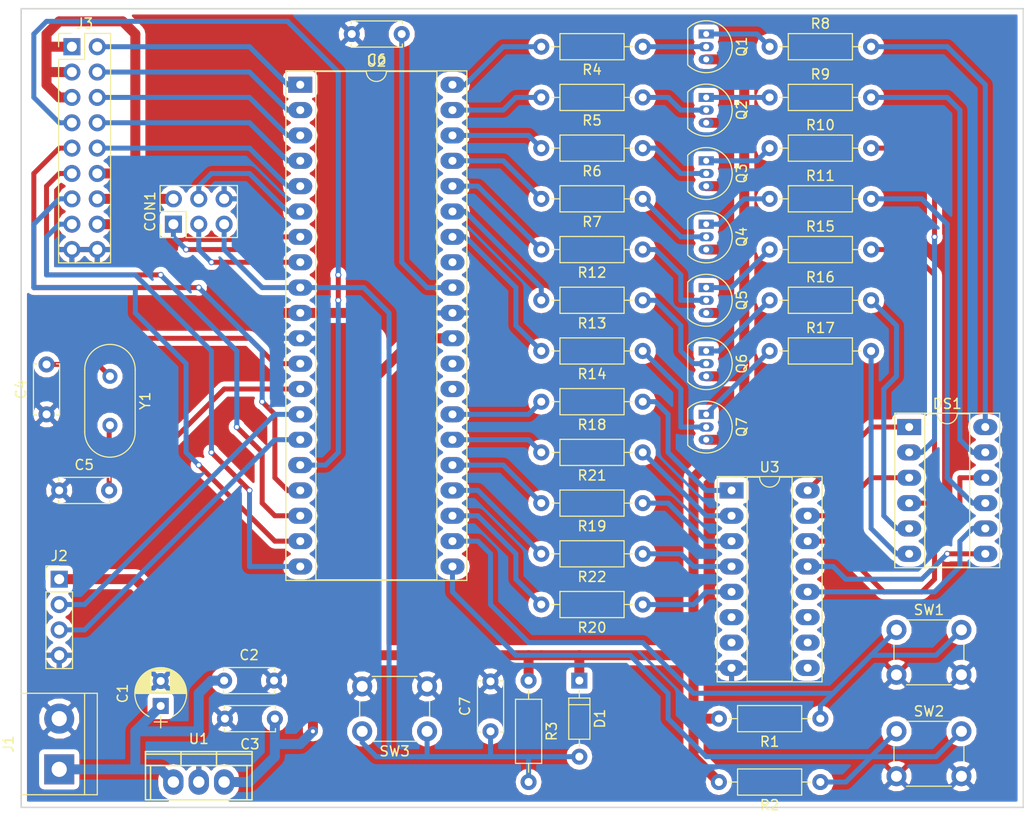
<source format=kicad_pcb>
(kicad_pcb (version 4) (host pcbnew 4.0.7)
  (layers (0 F.Cu signal) (31 B.Cu signal) (34 B.Paste user) (35 F.Paste user) (36 B.SilkS user) (37 F.SilkS user) (38 B.Mask user) (39 F.Mask user) (44 Edge.Cuts user))
  (net 0 "")
  (net 1 VCC)
  (net 2 GND)
  (net 3 +5V)
  (net 4 XTAL2)
  (net 5 XTAL1)
  (net 6 "Net-(C6-Pad1)")
  (net 7 RST)
  (net 8 MISO)
  (net 9 SCK)
  (net 10 MOSI)
  (net 11 "Net-(DS1-Pad1)")
  (net 12 "Net-(DS1-Pad7)")
  (net 13 R3)
  (net 14 "Net-(DS1-Pad8)")
  (net 15 "Net-(DS1-Pad3)")
  (net 16 R4)
  (net 17 R5)
  (net 18 "Net-(DS1-Pad10)")
  (net 19 R6)
  (net 20 R2)
  (net 21 R7)
  (net 22 R1)
  (net 23 RXD)
  (net 24 TXD)
  (net 25 PA0)
  (net 26 PA7)
  (net 27 PA1)
  (net 28 PB0)
  (net 29 PA2)
  (net 30 PB1)
  (net 31 PA3)
  (net 32 PB2)
  (net 33 PA4)
  (net 34 PB3)
  (net 35 PA5)
  (net 36 PB4)
  (net 37 PA6)
  (net 38 PC7)
  (net 39 PD7)
  (net 40 "Net-(Q1-Pad2)")
  (net 41 "Net-(Q1-Pad1)")
  (net 42 "Net-(Q2-Pad2)")
  (net 43 "Net-(Q2-Pad1)")
  (net 44 "Net-(Q3-Pad2)")
  (net 45 "Net-(Q3-Pad1)")
  (net 46 "Net-(Q4-Pad2)")
  (net 47 "Net-(Q4-Pad1)")
  (net 48 "Net-(Q5-Pad2)")
  (net 49 "Net-(Q5-Pad1)")
  (net 50 "Net-(Q6-Pad2)")
  (net 51 "Net-(Q6-Pad1)")
  (net 52 "Net-(Q7-Pad2)")
  (net 53 "Net-(Q7-Pad1)")
  (net 54 PD4)
  (net 55 PD5)
  (net 56 PC0)
  (net 57 PC1)
  (net 58 PC2)
  (net 59 PC3)
  (net 60 PC4)
  (net 61 PC5)
  (net 62 PC6)
  (net 63 PD2)
  (net 64 PD3)
  (net 65 PD6)
  (net 66 "Net-(U3-Pad9)")
  (net 67 "Net-(U3-Pad10)")
  (net 68 "Net-(U3-Pad11)")
  (net 69 "Net-(U3-Pad6)")
  (net 70 "Net-(U3-Pad7)")
  (net 71 "Net-(R18-Pad1)")
  (net 72 "Net-(R19-Pad1)")
  (net 73 "Net-(R20-Pad1)")
  (net 74 "Net-(R21-Pad1)")
  (net 75 "Net-(R22-Pad1)")
  (module TO_SOT_Packages_THT:TO-92_Inline_Narrow_Oval (layer F.Cu) (at 91.44 55.88 270)
    (fp_text reference Q5 (at 1.27 -3.56 270) (layer F.SilkS))
    (fp_text value Q_PNP_CBE)
    (pad 2 thru_hole oval (at 1.27 0 90) (size 0.9 1.5) (drill 0.6) (layers *.Cu *.Mask) (net 48 "Net-(Q5-Pad2)"))
    (pad 3 thru_hole oval (at 2.54 0 90) (size 0.9 1.5) (drill 0.6) (layers *.Cu *.Mask) (net 3 +5V))
    (pad 1 thru_hole rect (at 0 0 90) (size 0.9 1.5) (drill 0.6) (layers *.Cu *.Mask) (net 49 "Net-(Q5-Pad1)"))
  )
  (module Capacitors_ThroughHole:CP_Radial_D5.0mm_P2.50mm (layer F.Cu) (at 36.83 97.79 90)
    (fp_text reference C1 (at 1.25 -3.81 90) (layer F.SilkS))
    (fp_text value 100µF)
    (pad 1 thru_hole rect (at 0 0 90) (size 1.6 1.6) (drill 0.8) (layers *.Cu *.Mask) (net 1 VCC))
    (pad 2 thru_hole circle (at 2.5 0 90) (size 1.6 1.6) (drill 0.8) (layers *.Cu *.Mask) (net 2 GND))
  )
  (module Capacitors_ThroughHole:C_Disc_D5.0mm_W2.5mm_P5.00mm (layer F.Cu) (at 43.18 95.25)
    (fp_text reference C2 (at 2.5 -2.56) (layer F.SilkS))
    (fp_text value 0.33μF)
    (pad 1 thru_hole circle (at 0 0) (size 1.6 1.6) (drill 0.8) (layers *.Cu *.Mask) (net 1 VCC))
    (pad 2 thru_hole circle (at 5 0) (size 1.6 1.6) (drill 0.8) (layers *.Cu *.Mask) (net 2 GND))
  )
  (module Capacitors_ThroughHole:C_Disc_D5.0mm_W2.5mm_P5.00mm (layer F.Cu) (at 48.26 99.06 180)
    (fp_text reference C3 (at 2.5 -2.56 180) (layer F.SilkS))
    (fp_text value 0.1μF)
    (pad 1 thru_hole circle (at 0 0 180) (size 1.6 1.6) (drill 0.8) (layers *.Cu *.Mask) (net 3 +5V))
    (pad 2 thru_hole circle (at 5 0 180) (size 1.6 1.6) (drill 0.8) (layers *.Cu *.Mask) (net 2 GND))
  )
  (module Capacitors_ThroughHole:C_Disc_D5.0mm_W2.5mm_P5.00mm (layer F.Cu) (at 25.4 68.58 90)
    (fp_text reference C4 (at 2.5 -2.56 90) (layer F.SilkS))
    (fp_text value 22pF)
    (pad 1 thru_hole circle (at 0 0 90) (size 1.6 1.6) (drill 0.8) (layers *.Cu *.Mask) (net 2 GND))
    (pad 2 thru_hole circle (at 5 0 90) (size 1.6 1.6) (drill 0.8) (layers *.Cu *.Mask) (net 4 XTAL2))
  )
  (module Capacitors_ThroughHole:C_Disc_D5.0mm_W2.5mm_P5.00mm (layer F.Cu) (at 26.67 76.2)
    (fp_text reference C5 (at 2.5 -2.56) (layer F.SilkS))
    (fp_text value 22pF)
    (pad 1 thru_hole circle (at 0 0) (size 1.6 1.6) (drill 0.8) (layers *.Cu *.Mask) (net 2 GND))
    (pad 2 thru_hole circle (at 5 0) (size 1.6 1.6) (drill 0.8) (layers *.Cu *.Mask) (net 5 XTAL1))
  )
  (module Capacitors_ThroughHole:C_Disc_D5.0mm_W2.5mm_P5.00mm (layer F.Cu) (at 60.96 30.48 180)
    (fp_text reference C6 (at 2.5 -2.56 180) (layer F.SilkS))
    (fp_text value 100nF)
    (pad 1 thru_hole circle (at 0 0 180) (size 1.6 1.6) (drill 0.8) (layers *.Cu *.Mask) (net 6 "Net-(C6-Pad1)"))
    (pad 2 thru_hole circle (at 5 0 180) (size 1.6 1.6) (drill 0.8) (layers *.Cu *.Mask) (net 2 GND))
  )
  (module Capacitors_ThroughHole:C_Disc_D5.0mm_W2.5mm_P5.00mm (layer F.Cu) (at 69.85 100.33 90)
    (fp_text reference C7 (at 2.5 -2.56 90) (layer F.SilkS))
    (fp_text value "100 nF")
    (pad 1 thru_hole circle (at 0 0 90) (size 1.6 1.6) (drill 0.8) (layers *.Cu *.Mask) (net 7 RST))
    (pad 2 thru_hole circle (at 5 0 90) (size 1.6 1.6) (drill 0.8) (layers *.Cu *.Mask) (net 2 GND))
  )
  (module Pin_Headers:Pin_Header_Straight_2x03_Pitch2.54mm (layer F.Cu) (at 38.1 49.53 90)
    (fp_text reference CON1 (at 1.27 -2.33 90) (layer F.SilkS))
    (fp_text value AVR-ISP-6)
    (pad 1 thru_hole rect (at 0 0 90) (size 1.7 1.7) (drill 1) (layers *.Cu *.Mask) (net 8 MISO))
    (pad 2 thru_hole oval (at 2.54 0 90) (size 1.7 1.7) (drill 1) (layers *.Cu *.Mask) (net 3 +5V))
    (pad 3 thru_hole oval (at 0 2.54 90) (size 1.7 1.7) (drill 1) (layers *.Cu *.Mask) (net 9 SCK))
    (pad 4 thru_hole oval (at 2.54 2.54 90) (size 1.7 1.7) (drill 1) (layers *.Cu *.Mask) (net 10 MOSI))
    (pad 5 thru_hole oval (at 0 5.08 90) (size 1.7 1.7) (drill 1) (layers *.Cu *.Mask) (net 7 RST))
    (pad 6 thru_hole oval (at 2.54 5.08 90) (size 1.7 1.7) (drill 1) (layers *.Cu *.Mask) (net 2 GND))
  )
  (module Diodes_ThroughHole:D_DO-35_SOD27_P7.62mm_Horizontal (layer F.Cu) (at 78.74 95.25 270)
    (fp_text reference D1 (at 3.81 -2.06 270) (layer F.SilkS))
    (fp_text value "D1 1N4148")
    (pad 1 thru_hole rect (at 0 0 270) (size 1.6 1.6) (drill 0.8) (layers *.Cu *.Mask) (net 3 +5V))
    (pad 2 thru_hole oval (at 7.62 0 270) (size 1.6 1.6) (drill 0.8) (layers *.Cu *.Mask) (net 7 RST))
  )
  (module Housings_DIP:DIP-12_W7.62mm_Socket_LongPads (layer F.Cu) (at 111.76 69.85)
    (fp_text reference DS1 (at 3.81 -2.33) (layer F.SilkS))
    (fp_text value TC07-11XWA)
    (pad 1 thru_hole rect (at 0 0) (size 2.4 1.6) (drill 0.8) (layers *.Cu *.Mask) (net 11 "Net-(DS1-Pad1)"))
    (pad 7 thru_hole oval (at 7.62 12.7) (size 2.4 1.6) (drill 0.8) (layers *.Cu *.Mask) (net 12 "Net-(DS1-Pad7)"))
    (pad 2 thru_hole oval (at 0 2.54) (size 2.4 1.6) (drill 0.8) (layers *.Cu *.Mask) (net 13 R3))
    (pad 8 thru_hole oval (at 7.62 10.16) (size 2.4 1.6) (drill 0.8) (layers *.Cu *.Mask) (net 14 "Net-(DS1-Pad8)"))
    (pad 3 thru_hole oval (at 0 5.08) (size 2.4 1.6) (drill 0.8) (layers *.Cu *.Mask) (net 15 "Net-(DS1-Pad3)"))
    (pad 9 thru_hole oval (at 7.62 7.62) (size 2.4 1.6) (drill 0.8) (layers *.Cu *.Mask) (net 16 R4))
    (pad 4 thru_hole oval (at 0 7.62) (size 2.4 1.6) (drill 0.8) (layers *.Cu *.Mask) (net 17 R5))
    (pad 10 thru_hole oval (at 7.62 5.08) (size 2.4 1.6) (drill 0.8) (layers *.Cu *.Mask) (net 18 "Net-(DS1-Pad10)"))
    (pad 5 thru_hole oval (at 0 10.16) (size 2.4 1.6) (drill 0.8) (layers *.Cu *.Mask) (net 19 R6))
    (pad 11 thru_hole oval (at 7.62 2.54) (size 2.4 1.6) (drill 0.8) (layers *.Cu *.Mask) (net 20 R2))
    (pad 6 thru_hole oval (at 0 12.7) (size 2.4 1.6) (drill 0.8) (layers *.Cu *.Mask) (net 21 R7))
    (pad 12 thru_hole oval (at 7.62 0) (size 2.4 1.6) (drill 0.8) (layers *.Cu *.Mask) (net 22 R1))
  )
  (module Terminal_Blocks:TerminalBlock_bornier-2_P5.08mm (layer F.Cu) (at 26.67 104.14 90)
    (fp_text reference J1 (at 2.54 -5.08 90) (layer F.SilkS))
    (fp_text value Conn_Coaxial_Power)
    (pad 1 thru_hole rect (at 0 0 90) (size 3 3) (drill 1.52) (layers *.Cu *.Mask) (net 1 VCC))
    (pad 2 thru_hole circle (at 5.08 0 90) (size 3 3) (drill 1.52) (layers *.Cu *.Mask) (net 2 GND))
  )
  (module Pin_Headers:Pin_Header_Straight_1x04_Pitch2.54mm (layer F.Cu) (at 26.67 85.09)
    (fp_text reference J2 (at 0 -2.33) (layer F.SilkS))
    (fp_text value MAX232_CONN)
    (pad 1 thru_hole rect (at 0 0) (size 1.7 1.7) (drill 1) (layers *.Cu *.Mask) (net 3 +5V))
    (pad 2 thru_hole oval (at 0 2.54) (size 1.7 1.7) (drill 1) (layers *.Cu *.Mask) (net 23 RXD))
    (pad 3 thru_hole oval (at 0 5.08) (size 1.7 1.7) (drill 1) (layers *.Cu *.Mask) (net 24 TXD))
    (pad 4 thru_hole oval (at 0 7.62) (size 1.7 1.7) (drill 1) (layers *.Cu *.Mask) (net 2 GND))
  )
  (module Pin_Headers:Pin_Header_Straight_2x09_Pitch2.54mm (layer F.Cu) (at 27.94 31.75)
    (fp_text reference J3 (at 1.27 -2.33) (layer F.SilkS))
    (fp_text value EXT)
    (pad 1 thru_hole rect (at 0 0) (size 1.7 1.7) (drill 1) (layers *.Cu *.Mask) (net 3 +5V))
    (pad 2 thru_hole oval (at 2.54 0) (size 1.7 1.7) (drill 1) (layers *.Cu *.Mask) (net 28 PB0))
    (pad 3 thru_hole oval (at 0 2.54) (size 1.7 1.7) (drill 1) (layers *.Cu *.Mask) (net 3 +5V))
    (pad 4 thru_hole oval (at 2.54 2.54) (size 1.7 1.7) (drill 1) (layers *.Cu *.Mask) (net 30 PB1))
    (pad 5 thru_hole oval (at 0 5.08) (size 1.7 1.7) (drill 1) (layers *.Cu *.Mask) (net 3 +5V))
    (pad 6 thru_hole oval (at 2.54 5.08) (size 1.7 1.7) (drill 1) (layers *.Cu *.Mask) (net 32 PB2))
    (pad 7 thru_hole oval (at 0 7.62) (size 1.7 1.7) (drill 1) (layers *.Cu *.Mask) (net 63 PD2))
    (pad 8 thru_hole oval (at 2.54 7.62) (size 1.7 1.7) (drill 1) (layers *.Cu *.Mask) (net 34 PB3))
    (pad 9 thru_hole oval (at 0 10.16) (size 1.7 1.7) (drill 1) (layers *.Cu *.Mask) (net 64 PD3))
    (pad 10 thru_hole oval (at 2.54 10.16) (size 1.7 1.7) (drill 1) (layers *.Cu *.Mask) (net 36 PB4))
    (pad 11 thru_hole oval (at 0 12.7) (size 1.7 1.7) (drill 1) (layers *.Cu *.Mask) (net 54 PD4))
    (pad 12 thru_hole oval (at 2.54 12.7) (size 1.7 1.7) (drill 1) (layers *.Cu *.Mask) (net 3 +5V))
    (pad 13 thru_hole oval (at 0 15.24) (size 1.7 1.7) (drill 1) (layers *.Cu *.Mask) (net 55 PD5))
    (pad 14 thru_hole oval (at 2.54 15.24) (size 1.7 1.7) (drill 1) (layers *.Cu *.Mask) (net 3 +5V))
    (pad 15 thru_hole oval (at 0 17.78) (size 1.7 1.7) (drill 1) (layers *.Cu *.Mask) (net 65 PD6))
    (pad 16 thru_hole oval (at 2.54 17.78) (size 1.7 1.7) (drill 1) (layers *.Cu *.Mask) (net 3 +5V))
    (pad 17 thru_hole oval (at 0 20.32) (size 1.7 1.7) (drill 1) (layers *.Cu *.Mask) (net 2 GND))
    (pad 18 thru_hole oval (at 2.54 20.32) (size 1.7 1.7) (drill 1) (layers *.Cu *.Mask) (net 2 GND))
  )
  (module TO_SOT_Packages_THT:TO-92_Inline_Narrow_Oval (layer F.Cu) (at 91.44 30.48 270)
    (fp_text reference Q1 (at 1.27 -3.56 270) (layer F.SilkS))
    (fp_text value Q_PNP_CBE)
    (pad 2 thru_hole oval (at 1.27 0 90) (size 0.9 1.5) (drill 0.6) (layers *.Cu *.Mask) (net 40 "Net-(Q1-Pad2)"))
    (pad 3 thru_hole oval (at 2.54 0 90) (size 0.9 1.5) (drill 0.6) (layers *.Cu *.Mask) (net 3 +5V))
    (pad 1 thru_hole rect (at 0 0 90) (size 0.9 1.5) (drill 0.6) (layers *.Cu *.Mask) (net 41 "Net-(Q1-Pad1)"))
  )
  (module TO_SOT_Packages_THT:TO-92_Inline_Narrow_Oval (layer F.Cu) (at 91.44 36.83 270)
    (fp_text reference Q2 (at 1.27 -3.56 270) (layer F.SilkS))
    (fp_text value Q_PNP_CBE)
    (pad 2 thru_hole oval (at 1.27 0 90) (size 0.9 1.5) (drill 0.6) (layers *.Cu *.Mask) (net 42 "Net-(Q2-Pad2)"))
    (pad 3 thru_hole oval (at 2.54 0 90) (size 0.9 1.5) (drill 0.6) (layers *.Cu *.Mask) (net 3 +5V))
    (pad 1 thru_hole rect (at 0 0 90) (size 0.9 1.5) (drill 0.6) (layers *.Cu *.Mask) (net 43 "Net-(Q2-Pad1)"))
  )
  (module TO_SOT_Packages_THT:TO-92_Inline_Narrow_Oval (layer F.Cu) (at 91.44 43.18 270)
    (fp_text reference Q3 (at 1.27 -3.56 270) (layer F.SilkS))
    (fp_text value Q_PNP_CBE)
    (pad 2 thru_hole oval (at 1.27 0 90) (size 0.9 1.5) (drill 0.6) (layers *.Cu *.Mask) (net 44 "Net-(Q3-Pad2)"))
    (pad 3 thru_hole oval (at 2.54 0 90) (size 0.9 1.5) (drill 0.6) (layers *.Cu *.Mask) (net 3 +5V))
    (pad 1 thru_hole rect (at 0 0 90) (size 0.9 1.5) (drill 0.6) (layers *.Cu *.Mask) (net 45 "Net-(Q3-Pad1)"))
  )
  (module TO_SOT_Packages_THT:TO-92_Inline_Narrow_Oval (layer F.Cu) (at 91.44 49.53 270)
    (fp_text reference Q4 (at 1.27 -3.56 270) (layer F.SilkS))
    (fp_text value Q_PNP_CBE)
    (pad 2 thru_hole oval (at 1.27 0 90) (size 0.9 1.5) (drill 0.6) (layers *.Cu *.Mask) (net 46 "Net-(Q4-Pad2)"))
    (pad 3 thru_hole oval (at 2.54 0 90) (size 0.9 1.5) (drill 0.6) (layers *.Cu *.Mask) (net 3 +5V))
    (pad 1 thru_hole rect (at 0 0 90) (size 0.9 1.5) (drill 0.6) (layers *.Cu *.Mask) (net 47 "Net-(Q4-Pad1)"))
  )
  (module TO_SOT_Packages_THT:TO-92_Inline_Narrow_Oval (layer F.Cu) (at 91.44 62.23 270)
    (fp_text reference Q6 (at 1.27 -3.56 270) (layer F.SilkS))
    (fp_text value Q_PNP_CBE)
    (pad 2 thru_hole oval (at 1.27 0 90) (size 0.9 1.5) (drill 0.6) (layers *.Cu *.Mask) (net 50 "Net-(Q6-Pad2)"))
    (pad 3 thru_hole oval (at 2.54 0 90) (size 0.9 1.5) (drill 0.6) (layers *.Cu *.Mask) (net 3 +5V))
    (pad 1 thru_hole rect (at 0 0 90) (size 0.9 1.5) (drill 0.6) (layers *.Cu *.Mask) (net 51 "Net-(Q6-Pad1)"))
  )
  (module TO_SOT_Packages_THT:TO-92_Inline_Narrow_Oval (layer F.Cu) (at 91.44 68.58 270)
    (fp_text reference Q7 (at 1.27 -3.56 270) (layer F.SilkS))
    (fp_text value Q_PNP_CBE)
    (pad 2 thru_hole oval (at 1.27 0 90) (size 0.9 1.5) (drill 0.6) (layers *.Cu *.Mask) (net 52 "Net-(Q7-Pad2)"))
    (pad 3 thru_hole oval (at 2.54 0 90) (size 0.9 1.5) (drill 0.6) (layers *.Cu *.Mask) (net 3 +5V))
    (pad 1 thru_hole rect (at 0 0 90) (size 0.9 1.5) (drill 0.6) (layers *.Cu *.Mask) (net 53 "Net-(Q7-Pad1)"))
  )
  (module Resistors_ThroughHole:R_Axial_DIN0207_L6.3mm_D2.5mm_P10.16mm_Horizontal (layer F.Cu) (at 102.87 99.06 180)
    (fp_text reference R1 (at 5.08 -2.31 180) (layer F.SilkS))
    (fp_text value 10K)
    (pad 1 thru_hole circle (at 0 0 180) (size 1.6 1.6) (drill 0.8) (layers *.Cu *.Mask) (net 56 PC0))
    (pad 2 thru_hole oval (at 10.16 0 180) (size 1.6 1.6) (drill 0.8) (layers *.Cu *.Mask) (net 3 +5V))
  )
  (module Resistors_ThroughHole:R_Axial_DIN0207_L6.3mm_D2.5mm_P10.16mm_Horizontal (layer F.Cu) (at 102.87 105.41 180)
    (fp_text reference R2 (at 5.08 -2.31 180) (layer F.SilkS))
    (fp_text value 10K)
    (pad 1 thru_hole circle (at 0 0 180) (size 1.6 1.6) (drill 0.8) (layers *.Cu *.Mask) (net 39 PD7))
    (pad 2 thru_hole oval (at 10.16 0 180) (size 1.6 1.6) (drill 0.8) (layers *.Cu *.Mask) (net 3 +5V))
  )
  (module Resistors_ThroughHole:R_Axial_DIN0207_L6.3mm_D2.5mm_P10.16mm_Horizontal (layer F.Cu) (at 73.66 95.25 270)
    (fp_text reference R3 (at 5.08 -2.31 270) (layer F.SilkS))
    (fp_text value 10k)
    (pad 1 thru_hole circle (at 0 0 270) (size 1.6 1.6) (drill 0.8) (layers *.Cu *.Mask) (net 3 +5V))
    (pad 2 thru_hole oval (at 10.16 0 270) (size 1.6 1.6) (drill 0.8) (layers *.Cu *.Mask) (net 7 RST))
  )
  (module Resistors_ThroughHole:R_Axial_DIN0207_L6.3mm_D2.5mm_P10.16mm_Horizontal (layer F.Cu) (at 85.09 31.75 180)
    (fp_text reference R4 (at 5.08 -2.31 180) (layer F.SilkS))
    (fp_text value 0)
    (pad 1 thru_hole circle (at 0 0 180) (size 1.6 1.6) (drill 0.8) (layers *.Cu *.Mask) (net 40 "Net-(Q1-Pad2)"))
    (pad 2 thru_hole oval (at 10.16 0 180) (size 1.6 1.6) (drill 0.8) (layers *.Cu *.Mask) (net 25 PA0))
  )
  (module Resistors_ThroughHole:R_Axial_DIN0207_L6.3mm_D2.5mm_P10.16mm_Horizontal (layer F.Cu) (at 85.09 36.83 180)
    (fp_text reference R5 (at 5.08 -2.31 180) (layer F.SilkS))
    (fp_text value 0)
    (pad 1 thru_hole circle (at 0 0 180) (size 1.6 1.6) (drill 0.8) (layers *.Cu *.Mask) (net 42 "Net-(Q2-Pad2)"))
    (pad 2 thru_hole oval (at 10.16 0 180) (size 1.6 1.6) (drill 0.8) (layers *.Cu *.Mask) (net 27 PA1))
  )
  (module Resistors_ThroughHole:R_Axial_DIN0207_L6.3mm_D2.5mm_P10.16mm_Horizontal (layer F.Cu) (at 85.09 41.91 180)
    (fp_text reference R6 (at 5.08 -2.31 180) (layer F.SilkS))
    (fp_text value 0)
    (pad 1 thru_hole circle (at 0 0 180) (size 1.6 1.6) (drill 0.8) (layers *.Cu *.Mask) (net 44 "Net-(Q3-Pad2)"))
    (pad 2 thru_hole oval (at 10.16 0 180) (size 1.6 1.6) (drill 0.8) (layers *.Cu *.Mask) (net 29 PA2))
  )
  (module Resistors_ThroughHole:R_Axial_DIN0207_L6.3mm_D2.5mm_P10.16mm_Horizontal (layer F.Cu) (at 85.09 46.99 180)
    (fp_text reference R7 (at 5.08 -2.31 180) (layer F.SilkS))
    (fp_text value 0)
    (pad 1 thru_hole circle (at 0 0 180) (size 1.6 1.6) (drill 0.8) (layers *.Cu *.Mask) (net 46 "Net-(Q4-Pad2)"))
    (pad 2 thru_hole oval (at 10.16 0 180) (size 1.6 1.6) (drill 0.8) (layers *.Cu *.Mask) (net 31 PA3))
  )
  (module Resistors_ThroughHole:R_Axial_DIN0207_L6.3mm_D2.5mm_P10.16mm_Horizontal (layer F.Cu) (at 97.79 31.75)
    (fp_text reference R8 (at 5.08 -2.31) (layer F.SilkS))
    (fp_text value 100)
    (pad 1 thru_hole circle (at 0 0) (size 1.6 1.6) (drill 0.8) (layers *.Cu *.Mask) (net 41 "Net-(Q1-Pad1)"))
    (pad 2 thru_hole oval (at 10.16 0) (size 1.6 1.6) (drill 0.8) (layers *.Cu *.Mask) (net 22 R1))
  )
  (module Resistors_ThroughHole:R_Axial_DIN0207_L6.3mm_D2.5mm_P10.16mm_Horizontal (layer F.Cu) (at 97.79 36.83)
    (fp_text reference R9 (at 5.08 -2.31) (layer F.SilkS))
    (fp_text value 100)
    (pad 1 thru_hole circle (at 0 0) (size 1.6 1.6) (drill 0.8) (layers *.Cu *.Mask) (net 43 "Net-(Q2-Pad1)"))
    (pad 2 thru_hole oval (at 10.16 0) (size 1.6 1.6) (drill 0.8) (layers *.Cu *.Mask) (net 20 R2))
  )
  (module Resistors_ThroughHole:R_Axial_DIN0207_L6.3mm_D2.5mm_P10.16mm_Horizontal (layer F.Cu) (at 97.79 41.91)
    (fp_text reference R10 (at 5.08 -2.31) (layer F.SilkS))
    (fp_text value 100)
    (pad 1 thru_hole circle (at 0 0) (size 1.6 1.6) (drill 0.8) (layers *.Cu *.Mask) (net 45 "Net-(Q3-Pad1)"))
    (pad 2 thru_hole oval (at 10.16 0) (size 1.6 1.6) (drill 0.8) (layers *.Cu *.Mask) (net 13 R3))
  )
  (module Resistors_ThroughHole:R_Axial_DIN0207_L6.3mm_D2.5mm_P10.16mm_Horizontal (layer F.Cu) (at 97.79 46.99)
    (fp_text reference R11 (at 5.08 -2.31) (layer F.SilkS))
    (fp_text value 100)
    (pad 1 thru_hole circle (at 0 0) (size 1.6 1.6) (drill 0.8) (layers *.Cu *.Mask) (net 47 "Net-(Q4-Pad1)"))
    (pad 2 thru_hole oval (at 10.16 0) (size 1.6 1.6) (drill 0.8) (layers *.Cu *.Mask) (net 16 R4))
  )
  (module Resistors_ThroughHole:R_Axial_DIN0207_L6.3mm_D2.5mm_P10.16mm_Horizontal (layer F.Cu) (at 85.09 52.07 180)
    (fp_text reference R12 (at 5.08 -2.31 180) (layer F.SilkS))
    (fp_text value 0)
    (pad 1 thru_hole circle (at 0 0 180) (size 1.6 1.6) (drill 0.8) (layers *.Cu *.Mask) (net 48 "Net-(Q5-Pad2)"))
    (pad 2 thru_hole oval (at 10.16 0 180) (size 1.6 1.6) (drill 0.8) (layers *.Cu *.Mask) (net 33 PA4))
  )
  (module Resistors_ThroughHole:R_Axial_DIN0207_L6.3mm_D2.5mm_P10.16mm_Horizontal (layer F.Cu) (at 85.09 57.15 180)
    (fp_text reference R13 (at 5.08 -2.31 180) (layer F.SilkS))
    (fp_text value 0)
    (pad 1 thru_hole circle (at 0 0 180) (size 1.6 1.6) (drill 0.8) (layers *.Cu *.Mask) (net 50 "Net-(Q6-Pad2)"))
    (pad 2 thru_hole oval (at 10.16 0 180) (size 1.6 1.6) (drill 0.8) (layers *.Cu *.Mask) (net 35 PA5))
  )
  (module Resistors_ThroughHole:R_Axial_DIN0207_L6.3mm_D2.5mm_P10.16mm_Horizontal (layer F.Cu) (at 85.09 62.23 180)
    (fp_text reference R14 (at 5.08 -2.31 180) (layer F.SilkS))
    (fp_text value 0)
    (pad 1 thru_hole circle (at 0 0 180) (size 1.6 1.6) (drill 0.8) (layers *.Cu *.Mask) (net 52 "Net-(Q7-Pad2)"))
    (pad 2 thru_hole oval (at 10.16 0 180) (size 1.6 1.6) (drill 0.8) (layers *.Cu *.Mask) (net 37 PA6))
  )
  (module Resistors_ThroughHole:R_Axial_DIN0207_L6.3mm_D2.5mm_P10.16mm_Horizontal (layer F.Cu) (at 97.79 52.07)
    (fp_text reference R15 (at 5.08 -2.31) (layer F.SilkS))
    (fp_text value 100)
    (pad 1 thru_hole circle (at 0 0) (size 1.6 1.6) (drill 0.8) (layers *.Cu *.Mask) (net 49 "Net-(Q5-Pad1)"))
    (pad 2 thru_hole oval (at 10.16 0) (size 1.6 1.6) (drill 0.8) (layers *.Cu *.Mask) (net 17 R5))
  )
  (module Resistors_ThroughHole:R_Axial_DIN0207_L6.3mm_D2.5mm_P10.16mm_Horizontal (layer F.Cu) (at 97.79 57.15)
    (fp_text reference R16 (at 5.08 -2.31) (layer F.SilkS))
    (fp_text value 100)
    (pad 1 thru_hole circle (at 0 0) (size 1.6 1.6) (drill 0.8) (layers *.Cu *.Mask) (net 51 "Net-(Q6-Pad1)"))
    (pad 2 thru_hole oval (at 10.16 0) (size 1.6 1.6) (drill 0.8) (layers *.Cu *.Mask) (net 19 R6))
  )
  (module Resistors_ThroughHole:R_Axial_DIN0207_L6.3mm_D2.5mm_P10.16mm_Horizontal (layer F.Cu) (at 97.79 62.23)
    (fp_text reference R17 (at 5.08 -2.31) (layer F.SilkS))
    (fp_text value 100)
    (pad 1 thru_hole circle (at 0 0) (size 1.6 1.6) (drill 0.8) (layers *.Cu *.Mask) (net 53 "Net-(Q7-Pad1)"))
    (pad 2 thru_hole oval (at 10.16 0) (size 1.6 1.6) (drill 0.8) (layers *.Cu *.Mask) (net 21 R7))
  )
  (module Buttons_Switches_ThroughHole:SW_PUSH_6mm_h9.5mm (layer F.Cu) (at 110.49 90.17)
    (fp_text reference SW1 (at 3.25 -2) (layer F.SilkS))
    (fp_text value SW_Push)
    (pad 2 thru_hole circle (at 0 4.5 90) (size 2 2) (drill 1.1) (layers *.Cu *.Mask) (net 2 GND))
    (pad 1 thru_hole circle (at 0 0 90) (size 2 2) (drill 1.1) (layers *.Cu *.Mask) (net 56 PC0))
    (pad 2 thru_hole circle (at 6.5 4.5 90) (size 2 2) (drill 1.1) (layers *.Cu *.Mask) (net 2 GND))
    (pad 1 thru_hole circle (at 6.5 0 90) (size 2 2) (drill 1.1) (layers *.Cu *.Mask) (net 56 PC0))
  )
  (module Buttons_Switches_ThroughHole:SW_PUSH_6mm_h9.5mm (layer F.Cu) (at 110.49 100.33)
    (fp_text reference SW2 (at 3.25 -2) (layer F.SilkS))
    (fp_text value SW_Push)
    (pad 2 thru_hole circle (at 0 4.5 90) (size 2 2) (drill 1.1) (layers *.Cu *.Mask) (net 2 GND))
    (pad 1 thru_hole circle (at 0 0 90) (size 2 2) (drill 1.1) (layers *.Cu *.Mask) (net 39 PD7))
    (pad 2 thru_hole circle (at 6.5 4.5 90) (size 2 2) (drill 1.1) (layers *.Cu *.Mask) (net 2 GND))
    (pad 1 thru_hole circle (at 6.5 0 90) (size 2 2) (drill 1.1) (layers *.Cu *.Mask) (net 39 PD7))
  )
  (module Buttons_Switches_ThroughHole:SW_PUSH_6mm_h9.5mm (layer F.Cu) (at 63.5 100.33 180)
    (fp_text reference SW3 (at 3.25 -2 180) (layer F.SilkS))
    (fp_text value SW_Push)
    (pad 2 thru_hole circle (at 0 4.5 270) (size 2 2) (drill 1.1) (layers *.Cu *.Mask) (net 2 GND))
    (pad 1 thru_hole circle (at 0 0 270) (size 2 2) (drill 1.1) (layers *.Cu *.Mask) (net 7 RST))
    (pad 2 thru_hole circle (at 6.5 4.5 270) (size 2 2) (drill 1.1) (layers *.Cu *.Mask) (net 2 GND))
    (pad 1 thru_hole circle (at 6.5 0 270) (size 2 2) (drill 1.1) (layers *.Cu *.Mask) (net 7 RST))
  )
  (module Housings_DIP:DIP-40_W15.24mm_Socket_LongPads (layer F.Cu) (at 50.8 35.56)
    (fp_text reference U2 (at 7.62 -2.33) (layer F.SilkS))
    (fp_text value ATMEGA16A-PU)
    (pad 1 thru_hole rect (at 0 0) (size 2.4 1.6) (drill 0.8) (layers *.Cu *.Mask) (net 28 PB0))
    (pad 21 thru_hole oval (at 15.24 48.26) (size 2.4 1.6) (drill 0.8) (layers *.Cu *.Mask) (net 39 PD7))
    (pad 2 thru_hole oval (at 0 2.54) (size 2.4 1.6) (drill 0.8) (layers *.Cu *.Mask) (net 30 PB1))
    (pad 22 thru_hole oval (at 15.24 45.72) (size 2.4 1.6) (drill 0.8) (layers *.Cu *.Mask) (net 56 PC0))
    (pad 3 thru_hole oval (at 0 5.08) (size 2.4 1.6) (drill 0.8) (layers *.Cu *.Mask) (net 32 PB2))
    (pad 23 thru_hole oval (at 15.24 43.18) (size 2.4 1.6) (drill 0.8) (layers *.Cu *.Mask) (net 57 PC1))
    (pad 4 thru_hole oval (at 0 7.62) (size 2.4 1.6) (drill 0.8) (layers *.Cu *.Mask) (net 34 PB3))
    (pad 24 thru_hole oval (at 15.24 40.64) (size 2.4 1.6) (drill 0.8) (layers *.Cu *.Mask) (net 58 PC2))
    (pad 5 thru_hole oval (at 0 10.16) (size 2.4 1.6) (drill 0.8) (layers *.Cu *.Mask) (net 36 PB4))
    (pad 25 thru_hole oval (at 15.24 38.1) (size 2.4 1.6) (drill 0.8) (layers *.Cu *.Mask) (net 59 PC3))
    (pad 6 thru_hole oval (at 0 12.7) (size 2.4 1.6) (drill 0.8) (layers *.Cu *.Mask) (net 10 MOSI))
    (pad 26 thru_hole oval (at 15.24 35.56) (size 2.4 1.6) (drill 0.8) (layers *.Cu *.Mask) (net 60 PC4))
    (pad 7 thru_hole oval (at 0 15.24) (size 2.4 1.6) (drill 0.8) (layers *.Cu *.Mask) (net 8 MISO))
    (pad 27 thru_hole oval (at 15.24 33.02) (size 2.4 1.6) (drill 0.8) (layers *.Cu *.Mask) (net 61 PC5))
    (pad 8 thru_hole oval (at 0 17.78) (size 2.4 1.6) (drill 0.8) (layers *.Cu *.Mask) (net 9 SCK))
    (pad 28 thru_hole oval (at 15.24 30.48) (size 2.4 1.6) (drill 0.8) (layers *.Cu *.Mask) (net 62 PC6))
    (pad 9 thru_hole oval (at 0 20.32) (size 2.4 1.6) (drill 0.8) (layers *.Cu *.Mask) (net 7 RST))
    (pad 29 thru_hole oval (at 15.24 27.94) (size 2.4 1.6) (drill 0.8) (layers *.Cu *.Mask) (net 38 PC7))
    (pad 10 thru_hole oval (at 0 22.86) (size 2.4 1.6) (drill 0.8) (layers *.Cu *.Mask) (net 3 +5V))
    (pad 30 thru_hole oval (at 15.24 25.4) (size 2.4 1.6) (drill 0.8) (layers *.Cu *.Mask) (net 3 +5V))
    (pad 11 thru_hole oval (at 0 25.4) (size 2.4 1.6) (drill 0.8) (layers *.Cu *.Mask) (net 2 GND))
    (pad 31 thru_hole oval (at 15.24 22.86) (size 2.4 1.6) (drill 0.8) (layers *.Cu *.Mask) (net 2 GND))
    (pad 12 thru_hole oval (at 0 27.94) (size 2.4 1.6) (drill 0.8) (layers *.Cu *.Mask) (net 4 XTAL2))
    (pad 32 thru_hole oval (at 15.24 20.32) (size 2.4 1.6) (drill 0.8) (layers *.Cu *.Mask) (net 6 "Net-(C6-Pad1)"))
    (pad 13 thru_hole oval (at 0 30.48) (size 2.4 1.6) (drill 0.8) (layers *.Cu *.Mask) (net 5 XTAL1))
    (pad 33 thru_hole oval (at 15.24 17.78) (size 2.4 1.6) (drill 0.8) (layers *.Cu *.Mask) (net 26 PA7))
    (pad 14 thru_hole oval (at 0 33.02) (size 2.4 1.6) (drill 0.8) (layers *.Cu *.Mask) (net 23 RXD))
    (pad 34 thru_hole oval (at 15.24 15.24) (size 2.4 1.6) (drill 0.8) (layers *.Cu *.Mask) (net 37 PA6))
    (pad 15 thru_hole oval (at 0 35.56) (size 2.4 1.6) (drill 0.8) (layers *.Cu *.Mask) (net 24 TXD))
    (pad 35 thru_hole oval (at 15.24 12.7) (size 2.4 1.6) (drill 0.8) (layers *.Cu *.Mask) (net 35 PA5))
    (pad 16 thru_hole oval (at 0 38.1) (size 2.4 1.6) (drill 0.8) (layers *.Cu *.Mask) (net 63 PD2))
    (pad 36 thru_hole oval (at 15.24 10.16) (size 2.4 1.6) (drill 0.8) (layers *.Cu *.Mask) (net 33 PA4))
    (pad 17 thru_hole oval (at 0 40.64) (size 2.4 1.6) (drill 0.8) (layers *.Cu *.Mask) (net 64 PD3))
    (pad 37 thru_hole oval (at 15.24 7.62) (size 2.4 1.6) (drill 0.8) (layers *.Cu *.Mask) (net 31 PA3))
    (pad 18 thru_hole oval (at 0 43.18) (size 2.4 1.6) (drill 0.8) (layers *.Cu *.Mask) (net 54 PD4))
    (pad 38 thru_hole oval (at 15.24 5.08) (size 2.4 1.6) (drill 0.8) (layers *.Cu *.Mask) (net 29 PA2))
    (pad 19 thru_hole oval (at 0 45.72) (size 2.4 1.6) (drill 0.8) (layers *.Cu *.Mask) (net 55 PD5))
    (pad 39 thru_hole oval (at 15.24 2.54) (size 2.4 1.6) (drill 0.8) (layers *.Cu *.Mask) (net 27 PA1))
    (pad 20 thru_hole oval (at 0 48.26) (size 2.4 1.6) (drill 0.8) (layers *.Cu *.Mask) (net 65 PD6))
    (pad 40 thru_hole oval (at 15.24 0) (size 2.4 1.6) (drill 0.8) (layers *.Cu *.Mask) (net 25 PA0))
  )
  (module Housings_DIP:DIP-16_W7.62mm_Socket_LongPads (layer F.Cu) (at 93.98 76.2)
    (fp_text reference U3 (at 3.81 -2.33) (layer F.SilkS))
    (fp_text value ULN2003A)
    (pad 1 thru_hole rect (at 0 0) (size 2.4 1.6) (drill 0.8) (layers *.Cu *.Mask) (net 71 "Net-(R18-Pad1)"))
    (pad 9 thru_hole oval (at 7.62 17.78) (size 2.4 1.6) (drill 0.8) (layers *.Cu *.Mask) (net 66 "Net-(U3-Pad9)"))
    (pad 2 thru_hole oval (at 0 2.54) (size 2.4 1.6) (drill 0.8) (layers *.Cu *.Mask) (net 74 "Net-(R21-Pad1)"))
    (pad 10 thru_hole oval (at 7.62 15.24) (size 2.4 1.6) (drill 0.8) (layers *.Cu *.Mask) (net 67 "Net-(U3-Pad10)"))
    (pad 3 thru_hole oval (at 0 5.08) (size 2.4 1.6) (drill 0.8) (layers *.Cu *.Mask) (net 72 "Net-(R19-Pad1)"))
    (pad 11 thru_hole oval (at 7.62 12.7) (size 2.4 1.6) (drill 0.8) (layers *.Cu *.Mask) (net 68 "Net-(U3-Pad11)"))
    (pad 4 thru_hole oval (at 0 7.62) (size 2.4 1.6) (drill 0.8) (layers *.Cu *.Mask) (net 75 "Net-(R22-Pad1)"))
    (pad 12 thru_hole oval (at 7.62 10.16) (size 2.4 1.6) (drill 0.8) (layers *.Cu *.Mask) (net 14 "Net-(DS1-Pad8)"))
    (pad 5 thru_hole oval (at 0 10.16) (size 2.4 1.6) (drill 0.8) (layers *.Cu *.Mask) (net 73 "Net-(R20-Pad1)"))
    (pad 13 thru_hole oval (at 7.62 7.62) (size 2.4 1.6) (drill 0.8) (layers *.Cu *.Mask) (net 12 "Net-(DS1-Pad7)"))
    (pad 6 thru_hole oval (at 0 12.7) (size 2.4 1.6) (drill 0.8) (layers *.Cu *.Mask) (net 69 "Net-(U3-Pad6)"))
    (pad 14 thru_hole oval (at 7.62 5.08) (size 2.4 1.6) (drill 0.8) (layers *.Cu *.Mask) (net 18 "Net-(DS1-Pad10)"))
    (pad 7 thru_hole oval (at 0 15.24) (size 2.4 1.6) (drill 0.8) (layers *.Cu *.Mask) (net 70 "Net-(U3-Pad7)"))
    (pad 15 thru_hole oval (at 7.62 2.54) (size 2.4 1.6) (drill 0.8) (layers *.Cu *.Mask) (net 15 "Net-(DS1-Pad3)"))
    (pad 8 thru_hole oval (at 0 17.78) (size 2.4 1.6) (drill 0.8) (layers *.Cu *.Mask) (net 2 GND))
    (pad 16 thru_hole oval (at 7.62 0) (size 2.4 1.6) (drill 0.8) (layers *.Cu *.Mask) (net 11 "Net-(DS1-Pad1)"))
  )
  (module Crystals:Crystal_HC18-U_Vertical (layer F.Cu) (at 31.75 64.77 270)
    (fp_text reference Y1 (at 2.45 -3.525 270) (layer F.SilkS))
    (fp_text value 14.7456Mhz)
    (pad 1 thru_hole circle (at 0 0 270) (size 1.5 1.5) (drill 0.8) (layers *.Cu *.Mask) (net 4 XTAL2))
    (pad 2 thru_hole circle (at 4.9 0 270) (size 1.5 1.5) (drill 0.8) (layers *.Cu *.Mask) (net 5 XTAL1))
  )
  (module Power_Integrations:TO-220 (layer F.Cu) (at 40.64 105.41)
    (fp_text reference U1 (at 0 -4.318) (layer F.SilkS))
    (fp_text value LM7805)
    (pad 2 thru_hole oval (at 0 0) (size 2.032 2.54) (drill 1.143) (layers *.Cu *.Mask) (net 2 GND))
    (pad 3 thru_hole oval (at 2.54 0) (size 2.032 2.54) (drill 1.143) (layers *.Cu *.Mask) (net 3 +5V))
    (pad 1 thru_hole oval (at -2.54 0) (size 2.032 2.54) (drill 1.143) (layers *.Cu *.Mask) (net 1 VCC))
  )
  (module Resistors_ThroughHole:R_Axial_DIN0207_L6.3mm_D2.5mm_P10.16mm_Horizontal (layer F.Cu) (at 85.09 67.31 180)
    (fp_text reference R18 (at 5.08 -2.31 180) (layer F.SilkS))
    (fp_text value 0)
    (pad 1 thru_hole circle (at 0 0 180) (size 1.6 1.6) (drill 0.8) (layers *.Cu *.Mask) (net 71 "Net-(R18-Pad1)"))
    (pad 2 thru_hole oval (at 10.16 0 180) (size 1.6 1.6) (drill 0.8) (layers *.Cu *.Mask) (net 61 PC5))
  )
  (module Resistors_ThroughHole:R_Axial_DIN0207_L6.3mm_D2.5mm_P10.16mm_Horizontal (layer F.Cu) (at 85.09 77.47 180)
    (fp_text reference R19 (at 5.08 -2.31 180) (layer F.SilkS))
    (fp_text value 0)
    (pad 1 thru_hole circle (at 0 0 180) (size 1.6 1.6) (drill 0.8) (layers *.Cu *.Mask) (net 72 "Net-(R19-Pad1)"))
    (pad 2 thru_hole oval (at 10.16 0 180) (size 1.6 1.6) (drill 0.8) (layers *.Cu *.Mask) (net 59 PC3))
  )
  (module Resistors_ThroughHole:R_Axial_DIN0207_L6.3mm_D2.5mm_P10.16mm_Horizontal (layer F.Cu) (at 85.09 87.63 180)
    (fp_text reference R20 (at 5.08 -2.31 180) (layer F.SilkS))
    (fp_text value 0)
    (pad 1 thru_hole circle (at 0 0 180) (size 1.6 1.6) (drill 0.8) (layers *.Cu *.Mask) (net 73 "Net-(R20-Pad1)"))
    (pad 2 thru_hole oval (at 10.16 0 180) (size 1.6 1.6) (drill 0.8) (layers *.Cu *.Mask) (net 57 PC1))
  )
  (module Resistors_ThroughHole:R_Axial_DIN0207_L6.3mm_D2.5mm_P10.16mm_Horizontal (layer F.Cu) (at 85.09 72.39 180)
    (fp_text reference R21 (at 5.08 -2.31 180) (layer F.SilkS))
    (fp_text value 0)
    (pad 1 thru_hole circle (at 0 0 180) (size 1.6 1.6) (drill 0.8) (layers *.Cu *.Mask) (net 74 "Net-(R21-Pad1)"))
    (pad 2 thru_hole oval (at 10.16 0 180) (size 1.6 1.6) (drill 0.8) (layers *.Cu *.Mask) (net 60 PC4))
  )
  (module Resistors_ThroughHole:R_Axial_DIN0207_L6.3mm_D2.5mm_P10.16mm_Horizontal (layer F.Cu) (at 85.09 82.55 180)
    (fp_text reference R22 (at 5.08 -2.31 180) (layer F.SilkS))
    (fp_text value 0)
    (pad 1 thru_hole circle (at 0 0 180) (size 1.6 1.6) (drill 0.8) (layers *.Cu *.Mask) (net 75 "Net-(R22-Pad1)"))
    (pad 2 thru_hole oval (at 10.16 0 180) (size 1.6 1.6) (drill 0.8) (layers *.Cu *.Mask) (net 58 PC2))
  )
  (gr_line (start 22.86 107.95) (end 22.86 27.94) (angle 90) (layer Edge.Cuts) (width 0.15))
  (gr_line (start 123.19 107.95) (end 22.86 107.95) (angle 90) (layer Edge.Cuts) (width 0.15))
  (gr_line (start 123.19 27.94) (end 123.19 107.95) (angle 90) (layer Edge.Cuts) (width 0.15))
  (gr_line (start 22.86 27.94) (end 123.19 27.94) (angle 90) (layer Edge.Cuts) (width 0.15))
  (segment (start 34.29 100.33) (end 40.64 100.33) (width 1) (layer B.Cu) (net 1))
  (segment (start 41.91 95.25) (end 43.18 95.25) (width 1) (layer B.Cu) (net 1))
  (segment (start 40.64 96.52) (end 41.91 95.25) (width 1) (layer B.Cu) (net 1))
  (segment (start 40.64 100.33) (end 40.64 96.52) (width 1) (layer B.Cu) (net 1))
  (segment (start 34.29 104.14) (end 34.29 100.33) (width 1) (layer B.Cu) (net 1))
  (segment (start 34.29 100.33) (end 36.83 97.79) (width 1) (layer B.Cu) (net 1))
  (segment (start 26.67 104.14) (end 34.29 104.14) (width 1) (layer B.Cu) (net 1))
  (segment (start 34.29 104.14) (end 36.83 104.14) (width 1) (layer B.Cu) (net 1))
  (segment (start 36.83 104.14) (end 38.1 105.41) (width 1) (layer B.Cu) (net 1))
  (segment (start 48.26 101.6) (end 50.8 101.6) (width 1) (layer B.Cu) (net 3))
  (segment (start 52.07 100.33) (end 52.07 92.71) (width 1) (layer F.Cu) (net 3))
  (via (at 52.07 100.33) (size 0.6) (drill 0.4) (layers F.Cu B.Cu) (net 3))
  (segment (start 50.8 101.6) (end 52.07 100.33) (width 1) (layer B.Cu) (net 3))
  (segment (start 33.02 49.53) (end 34.29 49.53) (width 1) (layer F.Cu) (net 3))
  (segment (start 46.99 58.42) (end 50.8 58.42) (width 1) (layer F.Cu) (net 3))
  (segment (start 43.18 54.61) (end 46.99 58.42) (width 1) (layer F.Cu) (net 3))
  (segment (start 39.37 54.61) (end 43.18 54.61) (width 1) (layer F.Cu) (net 3))
  (segment (start 34.29 49.53) (end 39.37 54.61) (width 1) (layer F.Cu) (net 3))
  (segment (start 30.48 44.45) (end 34.29 44.45) (width 1) (layer F.Cu) (net 3))
  (segment (start 25.4 31.75) (end 27.94 31.75) (width 1) (layer F.Cu) (net 3))
  (segment (start 25.4 34.29) (end 27.94 34.29) (width 1) (layer F.Cu) (net 3))
  (segment (start 34.29 45.72) (end 34.29 44.45) (width 1) (layer F.Cu) (net 3))
  (segment (start 34.29 44.45) (end 34.29 30.48) (width 1) (layer F.Cu) (net 3))
  (segment (start 26.67 36.83) (end 27.94 36.83) (width 1) (layer F.Cu) (net 3))
  (segment (start 25.4 35.56) (end 26.67 36.83) (width 1) (layer F.Cu) (net 3))
  (segment (start 25.4 30.48) (end 25.4 31.75) (width 1) (layer F.Cu) (net 3))
  (segment (start 25.4 31.75) (end 25.4 34.29) (width 1) (layer F.Cu) (net 3))
  (segment (start 25.4 34.29) (end 25.4 35.56) (width 1) (layer F.Cu) (net 3))
  (segment (start 26.67 29.21) (end 25.4 30.48) (width 1) (layer F.Cu) (net 3))
  (segment (start 33.02 29.21) (end 26.67 29.21) (width 1) (layer F.Cu) (net 3))
  (segment (start 34.29 30.48) (end 33.02 29.21) (width 1) (layer F.Cu) (net 3))
  (segment (start 34.29 46.99) (end 38.1 46.99) (width 1) (layer F.Cu) (net 3))
  (segment (start 34.29 45.72) (end 34.29 46.99) (width 1) (layer F.Cu) (net 3))
  (segment (start 30.48 46.99) (end 34.29 46.99) (width 1) (layer F.Cu) (net 3))
  (segment (start 33.02 49.53) (end 34.29 48.26) (width 1) (layer F.Cu) (net 3))
  (segment (start 34.29 48.26) (end 34.29 46.99) (width 1) (layer F.Cu) (net 3))
  (segment (start 33.02 49.53) (end 30.48 49.53) (width 1) (layer F.Cu) (net 3))
  (segment (start 66.04 60.96) (end 62.23 60.96) (width 1) (layer F.Cu) (net 3))
  (segment (start 62.23 60.96) (end 58.42 64.77) (width 1) (layer F.Cu) (net 3))
  (segment (start 50.8 58.42) (end 55.88 58.42) (width 1) (layer F.Cu) (net 3))
  (segment (start 55.88 58.42) (end 58.42 60.96) (width 1) (layer F.Cu) (net 3))
  (segment (start 58.42 60.96) (end 58.42 64.77) (width 1) (layer F.Cu) (net 3))
  (segment (start 58.42 64.77) (end 58.42 92.71) (width 1) (layer F.Cu) (net 3))
  (segment (start 26.67 85.09) (end 34.29 85.09) (width 1) (layer F.Cu) (net 3))
  (segment (start 41.91 92.71) (end 52.07 92.71) (width 1) (layer F.Cu) (net 3))
  (segment (start 34.29 85.09) (end 41.91 92.71) (width 1) (layer F.Cu) (net 3))
  (segment (start 52.07 92.71) (end 54.61 92.71) (width 1) (layer F.Cu) (net 3))
  (segment (start 54.61 92.71) (end 58.42 92.71) (width 1) (layer F.Cu) (net 3))
  (segment (start 58.42 92.71) (end 73.66 92.71) (width 1) (layer F.Cu) (net 3))
  (segment (start 73.66 95.25) (end 73.66 92.71) (width 1) (layer F.Cu) (net 3))
  (segment (start 73.66 92.71) (end 74.93 92.71) (width 1) (layer F.Cu) (net 3))
  (segment (start 78.74 92.71) (end 78.74 95.25) (width 1) (layer F.Cu) (net 3))
  (segment (start 74.93 92.71) (end 78.74 92.71) (width 1) (layer F.Cu) (net 3))
  (segment (start 78.74 92.71) (end 90.17 92.71) (width 1) (layer F.Cu) (net 3))
  (segment (start 90.17 99.06) (end 92.71 99.06) (width 1) (layer F.Cu) (net 3))
  (segment (start 95.25 71.12) (end 95.25 72.39) (width 1) (layer F.Cu) (net 3))
  (segment (start 90.17 102.87) (end 92.71 105.41) (width 1) (layer F.Cu) (net 3))
  (segment (start 90.17 74.93) (end 90.17 92.71) (width 1) (layer F.Cu) (net 3))
  (segment (start 90.17 92.71) (end 90.17 99.06) (width 1) (layer F.Cu) (net 3))
  (segment (start 90.17 99.06) (end 90.17 102.87) (width 1) (layer F.Cu) (net 3))
  (segment (start 91.44 73.66) (end 90.17 74.93) (width 1) (layer F.Cu) (net 3))
  (segment (start 93.98 73.66) (end 91.44 73.66) (width 1) (layer F.Cu) (net 3))
  (segment (start 95.25 72.39) (end 93.98 73.66) (width 1) (layer F.Cu) (net 3))
  (segment (start 91.44 71.12) (end 95.25 71.12) (width 1) (layer F.Cu) (net 3))
  (segment (start 95.25 71.12) (end 95.25 64.77) (width 1) (layer F.Cu) (net 3))
  (segment (start 91.44 64.77) (end 95.25 64.77) (width 1) (layer F.Cu) (net 3))
  (segment (start 91.44 58.42) (end 95.25 58.42) (width 1) (layer F.Cu) (net 3))
  (segment (start 95.25 64.77) (end 95.25 58.42) (width 1) (layer F.Cu) (net 3))
  (segment (start 95.25 58.42) (end 95.25 52.07) (width 1) (layer F.Cu) (net 3))
  (segment (start 91.44 52.07) (end 95.25 52.07) (width 1) (layer F.Cu) (net 3))
  (segment (start 91.44 45.72) (end 95.25 45.72) (width 1) (layer F.Cu) (net 3))
  (segment (start 91.44 39.37) (end 95.25 39.37) (width 1) (layer F.Cu) (net 3))
  (segment (start 91.44 33.02) (end 92.71 33.02) (width 1) (layer F.Cu) (net 3))
  (segment (start 95.25 35.56) (end 95.25 39.37) (width 1) (layer F.Cu) (net 3))
  (segment (start 95.25 39.37) (end 95.25 45.72) (width 1) (layer F.Cu) (net 3))
  (segment (start 95.25 45.72) (end 95.25 52.07) (width 1) (layer F.Cu) (net 3))
  (segment (start 92.71 33.02) (end 95.25 35.56) (width 1) (layer F.Cu) (net 3))
  (segment (start 43.18 105.41) (end 45.72 105.41) (width 1) (layer B.Cu) (net 3))
  (segment (start 48.26 102.87) (end 48.26 101.6) (width 1) (layer B.Cu) (net 3))
  (segment (start 48.26 101.6) (end 48.26 99.06) (width 1) (layer B.Cu) (net 3))
  (segment (start 45.72 105.41) (end 48.26 102.87) (width 1) (layer B.Cu) (net 3))
  (segment (start 50.8 63.5) (end 48.26 63.5) (width 0.5) (layer F.Cu) (net 4))
  (segment (start 30.48 60.96) (end 27.86 63.58) (width 0.5) (layer F.Cu) (net 4))
  (segment (start 45.72 60.96) (end 30.48 60.96) (width 0.5) (layer F.Cu) (net 4))
  (segment (start 48.26 63.5) (end 45.72 60.96) (width 0.5) (layer F.Cu) (net 4))
  (segment (start 25.4 63.58) (end 27.86 63.58) (width 0.5) (layer F.Cu) (net 4))
  (segment (start 27.86 63.58) (end 30.56 63.58) (width 0.5) (layer F.Cu) (net 4))
  (segment (start 30.56 63.58) (end 31.75 64.77) (width 0.5) (layer F.Cu) (net 4))
  (segment (start 31.67 72.39) (end 36.83 72.39) (width 0.5) (layer F.Cu) (net 5))
  (segment (start 43.18 66.04) (end 50.8 66.04) (width 0.5) (layer F.Cu) (net 5))
  (segment (start 36.83 72.39) (end 43.18 66.04) (width 0.5) (layer F.Cu) (net 5))
  (segment (start 31.67 76.2) (end 31.67 72.39) (width 0.5) (layer F.Cu) (net 5))
  (segment (start 31.67 72.39) (end 31.67 69.75) (width 0.5) (layer F.Cu) (net 5))
  (segment (start 31.67 69.75) (end 31.75 69.67) (width 0.5) (layer F.Cu) (net 5))
  (segment (start 60.96 30.48) (end 60.96 53.34) (width 0.5) (layer B.Cu) (net 6))
  (segment (start 63.5 55.88) (end 66.04 55.88) (width 0.5) (layer B.Cu) (net 6))
  (segment (start 60.96 53.34) (end 63.5 55.88) (width 0.5) (layer B.Cu) (net 6))
  (segment (start 43.18 49.53) (end 43.18 52.07) (width 0.5) (layer B.Cu) (net 7))
  (segment (start 46.99 55.88) (end 50.8 55.88) (width 0.5) (layer B.Cu) (net 7))
  (segment (start 43.18 52.07) (end 46.99 55.88) (width 0.5) (layer B.Cu) (net 7))
  (segment (start 59.69 102.87) (end 59.69 58.42) (width 0.5) (layer B.Cu) (net 7))
  (segment (start 57.15 55.88) (end 50.8 55.88) (width 0.5) (layer B.Cu) (net 7))
  (segment (start 59.69 58.42) (end 57.15 55.88) (width 0.5) (layer B.Cu) (net 7))
  (segment (start 73.66 102.87) (end 73.66 105.41) (width 0.5) (layer B.Cu) (net 7))
  (segment (start 69.85 102.87) (end 73.66 102.87) (width 0.5) (layer B.Cu) (net 7))
  (segment (start 73.66 102.87) (end 78.74 102.87) (width 0.5) (layer B.Cu) (net 7))
  (segment (start 63.5 100.33) (end 63.5 102.87) (width 0.5) (layer B.Cu) (net 7))
  (segment (start 69.85 100.33) (end 69.85 102.87) (width 0.5) (layer B.Cu) (net 7))
  (segment (start 57 101.45) (end 58.42 102.87) (width 0.5) (layer B.Cu) (net 7))
  (segment (start 58.42 102.87) (end 59.69 102.87) (width 0.5) (layer B.Cu) (net 7))
  (segment (start 59.69 102.87) (end 63.5 102.87) (width 0.5) (layer B.Cu) (net 7))
  (segment (start 63.5 102.87) (end 69.85 102.87) (width 0.5) (layer B.Cu) (net 7))
  (segment (start 57 101.45) (end 57 100.33) (width 0.5) (layer B.Cu) (net 7))
  (segment (start 38.1 49.53) (end 38.1 50.8) (width 0.5) (layer B.Cu) (net 8))
  (segment (start 46.99 50.8) (end 50.8 50.8) (width 0.5) (layer F.Cu) (net 8))
  (segment (start 45.72 52.07) (end 46.99 50.8) (width 0.5) (layer F.Cu) (net 8))
  (segment (start 39.37 52.07) (end 45.72 52.07) (width 0.5) (layer F.Cu) (net 8))
  (via (at 39.37 52.07) (size 0.6) (drill 0.4) (layers F.Cu B.Cu) (net 8))
  (segment (start 38.1 50.8) (end 39.37 52.07) (width 0.5) (layer B.Cu) (net 8))
  (segment (start 40.64 49.53) (end 40.64 52.07) (width 0.5) (layer B.Cu) (net 9))
  (segment (start 41.91 53.34) (end 50.8 53.34) (width 0.5) (layer F.Cu) (net 9))
  (via (at 41.91 53.34) (size 0.6) (drill 0.4) (layers F.Cu B.Cu) (net 9))
  (segment (start 40.64 52.07) (end 41.91 53.34) (width 0.5) (layer B.Cu) (net 9))
  (segment (start 49.53 48.26) (end 50.8 48.26) (width 0.5) (layer B.Cu) (net 10))
  (segment (start 45.72 44.45) (end 49.53 48.26) (width 0.5) (layer B.Cu) (net 10))
  (segment (start 41.91 44.45) (end 45.72 44.45) (width 0.5) (layer B.Cu) (net 10))
  (segment (start 40.64 45.72) (end 41.91 44.45) (width 0.5) (layer B.Cu) (net 10))
  (segment (start 40.64 46.99) (end 40.64 45.72) (width 0.5) (layer B.Cu) (net 10))
  (segment (start 111.76 69.85) (end 107.95 69.85) (width 0.5) (layer F.Cu) (net 11))
  (segment (start 107.95 69.85) (end 101.6 76.2) (width 0.5) (layer F.Cu) (net 11))
  (segment (start 101.6 83.82) (end 104.14 83.82) (width 0.5) (layer B.Cu) (net 12))
  (segment (start 115.57 82.55) (end 119.38 82.55) (width 0.5) (layer F.Cu) (net 12))
  (via (at 115.57 82.55) (size 0.6) (drill 0.4) (layers F.Cu B.Cu) (net 12))
  (segment (start 113.03 85.09) (end 115.57 82.55) (width 0.5) (layer B.Cu) (net 12))
  (segment (start 105.41 85.09) (end 113.03 85.09) (width 0.5) (layer B.Cu) (net 12))
  (segment (start 104.14 83.82) (end 105.41 85.09) (width 0.5) (layer B.Cu) (net 12))
  (segment (start 111.76 72.39) (end 113.03 72.39) (width 0.5) (layer B.Cu) (net 13))
  (segment (start 110.49 41.91) (end 107.95 41.91) (width 0.5) (layer F.Cu) (net 13))
  (segment (start 114.3 45.72) (end 110.49 41.91) (width 0.5) (layer F.Cu) (net 13))
  (segment (start 114.3 50.8) (end 114.3 45.72) (width 0.5) (layer F.Cu) (net 13))
  (via (at 114.3 50.8) (size 0.6) (drill 0.4) (layers F.Cu B.Cu) (net 13))
  (segment (start 114.3 71.12) (end 114.3 50.8) (width 0.5) (layer B.Cu) (net 13))
  (segment (start 113.03 72.39) (end 114.3 71.12) (width 0.5) (layer B.Cu) (net 13))
  (segment (start 101.6 86.36) (end 114.3 86.36) (width 0.5) (layer B.Cu) (net 14))
  (segment (start 118.11 80.01) (end 119.38 80.01) (width 0.5) (layer B.Cu) (net 14))
  (segment (start 116.84 81.28) (end 118.11 80.01) (width 0.5) (layer B.Cu) (net 14))
  (segment (start 116.84 83.82) (end 116.84 81.28) (width 0.5) (layer B.Cu) (net 14))
  (segment (start 114.3 86.36) (end 116.84 83.82) (width 0.5) (layer B.Cu) (net 14))
  (segment (start 111.76 74.93) (end 107.95 74.93) (width 0.5) (layer F.Cu) (net 15))
  (segment (start 104.14 78.74) (end 101.6 78.74) (width 0.5) (layer F.Cu) (net 15))
  (segment (start 107.95 74.93) (end 104.14 78.74) (width 0.5) (layer F.Cu) (net 15))
  (segment (start 119.38 77.47) (end 118.11 77.47) (width 0.5) (layer B.Cu) (net 16))
  (segment (start 113.03 46.99) (end 107.95 46.99) (width 0.5) (layer B.Cu) (net 16))
  (segment (start 115.57 49.53) (end 113.03 46.99) (width 0.5) (layer B.Cu) (net 16))
  (segment (start 115.57 74.93) (end 115.57 49.53) (width 0.5) (layer B.Cu) (net 16))
  (segment (start 118.11 77.47) (end 115.57 74.93) (width 0.5) (layer B.Cu) (net 16))
  (segment (start 111.76 77.47) (end 114.3 77.47) (width 0.5) (layer F.Cu) (net 17))
  (segment (start 111.76 52.07) (end 107.95 52.07) (width 0.5) (layer F.Cu) (net 17))
  (segment (start 114.3 54.61) (end 111.76 52.07) (width 0.5) (layer F.Cu) (net 17))
  (segment (start 114.3 77.47) (end 114.3 54.61) (width 0.5) (layer F.Cu) (net 17))
  (segment (start 101.6 81.28) (end 104.14 81.28) (width 0.5) (layer F.Cu) (net 18))
  (segment (start 116.84 74.93) (end 119.38 74.93) (width 0.5) (layer F.Cu) (net 18))
  (segment (start 116.84 77.47) (end 116.84 74.93) (width 0.5) (layer F.Cu) (net 18))
  (segment (start 114.3 80.01) (end 116.84 77.47) (width 0.5) (layer F.Cu) (net 18))
  (segment (start 114.3 85.09) (end 114.3 80.01) (width 0.5) (layer F.Cu) (net 18))
  (segment (start 113.03 86.36) (end 114.3 85.09) (width 0.5) (layer F.Cu) (net 18))
  (segment (start 109.22 86.36) (end 113.03 86.36) (width 0.5) (layer F.Cu) (net 18))
  (segment (start 104.14 81.28) (end 109.22 86.36) (width 0.5) (layer F.Cu) (net 18))
  (segment (start 111.76 80.01) (end 110.49 80.01) (width 0.5) (layer B.Cu) (net 19))
  (segment (start 110.49 59.69) (end 107.95 57.15) (width 0.5) (layer B.Cu) (net 19))
  (segment (start 110.49 64.77) (end 110.49 59.69) (width 0.5) (layer B.Cu) (net 19))
  (segment (start 109.22 66.04) (end 110.49 64.77) (width 0.5) (layer B.Cu) (net 19))
  (segment (start 109.22 78.74) (end 109.22 66.04) (width 0.5) (layer B.Cu) (net 19))
  (segment (start 110.49 80.01) (end 109.22 78.74) (width 0.5) (layer B.Cu) (net 19))
  (segment (start 119.38 72.39) (end 118.11 72.39) (width 0.5) (layer B.Cu) (net 20))
  (segment (start 115.57 36.83) (end 107.95 36.83) (width 0.5) (layer B.Cu) (net 20))
  (segment (start 116.84 38.1) (end 115.57 36.83) (width 0.5) (layer B.Cu) (net 20))
  (segment (start 116.84 71.12) (end 116.84 38.1) (width 0.5) (layer B.Cu) (net 20))
  (segment (start 118.11 72.39) (end 116.84 71.12) (width 0.5) (layer B.Cu) (net 20))
  (segment (start 111.76 82.55) (end 110.49 82.55) (width 0.5) (layer B.Cu) (net 21))
  (segment (start 107.95 80.01) (end 107.95 62.23) (width 0.5) (layer B.Cu) (net 21))
  (segment (start 110.49 82.55) (end 107.95 80.01) (width 0.5) (layer B.Cu) (net 21))
  (segment (start 119.38 69.85) (end 119.38 35.56) (width 0.5) (layer B.Cu) (net 22))
  (segment (start 115.57 31.75) (end 107.95 31.75) (width 0.5) (layer B.Cu) (net 22))
  (segment (start 119.38 35.56) (end 115.57 31.75) (width 0.5) (layer B.Cu) (net 22))
  (segment (start 26.67 87.63) (end 29.21 87.63) (width 0.5) (layer B.Cu) (net 23))
  (segment (start 48.26 68.58) (end 50.8 68.58) (width 0.5) (layer B.Cu) (net 23))
  (segment (start 29.21 87.63) (end 48.26 68.58) (width 0.5) (layer B.Cu) (net 23))
  (segment (start 26.67 90.17) (end 29.21 90.17) (width 0.5) (layer B.Cu) (net 24))
  (segment (start 48.26 71.12) (end 50.8 71.12) (width 0.5) (layer B.Cu) (net 24))
  (segment (start 29.21 90.17) (end 48.26 71.12) (width 0.5) (layer B.Cu) (net 24))
  (segment (start 66.04 35.56) (end 67.31 35.56) (width 0.5) (layer B.Cu) (net 25))
  (segment (start 71.12 31.75) (end 74.93 31.75) (width 0.5) (layer B.Cu) (net 25))
  (segment (start 67.31 35.56) (end 71.12 31.75) (width 0.5) (layer B.Cu) (net 25))
  (segment (start 66.04 38.1) (end 71.12 38.1) (width 0.5) (layer B.Cu) (net 27))
  (segment (start 72.39 36.83) (end 74.93 36.83) (width 0.5) (layer B.Cu) (net 27))
  (segment (start 71.12 38.1) (end 72.39 36.83) (width 0.5) (layer B.Cu) (net 27))
  (segment (start 30.48 31.75) (end 45.72 31.75) (width 0.5) (layer B.Cu) (net 28))
  (segment (start 49.53 35.56) (end 50.8 35.56) (width 0.5) (layer B.Cu) (net 28))
  (segment (start 45.72 31.75) (end 49.53 35.56) (width 0.5) (layer B.Cu) (net 28))
  (segment (start 66.04 40.64) (end 73.66 40.64) (width 0.5) (layer B.Cu) (net 29))
  (segment (start 73.66 40.64) (end 74.93 41.91) (width 0.5) (layer B.Cu) (net 29))
  (segment (start 30.48 34.29) (end 45.72 34.29) (width 0.5) (layer B.Cu) (net 30))
  (segment (start 49.53 38.1) (end 50.8 38.1) (width 0.5) (layer B.Cu) (net 30))
  (segment (start 45.72 34.29) (end 49.53 38.1) (width 0.5) (layer B.Cu) (net 30))
  (segment (start 66.04 43.18) (end 71.12 43.18) (width 0.5) (layer B.Cu) (net 31))
  (segment (start 71.12 43.18) (end 74.93 46.99) (width 0.5) (layer B.Cu) (net 31))
  (segment (start 30.48 36.83) (end 45.72 36.83) (width 0.5) (layer B.Cu) (net 32))
  (segment (start 49.53 40.64) (end 50.8 40.64) (width 0.5) (layer B.Cu) (net 32))
  (segment (start 45.72 36.83) (end 49.53 40.64) (width 0.5) (layer B.Cu) (net 32))
  (segment (start 66.04 45.72) (end 68.58 45.72) (width 0.5) (layer B.Cu) (net 33))
  (segment (start 68.58 45.72) (end 74.93 52.07) (width 0.5) (layer B.Cu) (net 33))
  (segment (start 30.48 39.37) (end 45.72 39.37) (width 0.5) (layer B.Cu) (net 34))
  (segment (start 49.53 43.18) (end 50.8 43.18) (width 0.5) (layer B.Cu) (net 34))
  (segment (start 45.72 39.37) (end 49.53 43.18) (width 0.5) (layer B.Cu) (net 34))
  (segment (start 66.04 48.26) (end 67.31 48.26) (width 0.5) (layer B.Cu) (net 35))
  (segment (start 74.93 55.88) (end 74.93 57.15) (width 0.5) (layer B.Cu) (net 35))
  (segment (start 67.31 48.26) (end 74.93 55.88) (width 0.5) (layer B.Cu) (net 35))
  (segment (start 30.48 41.91) (end 45.72 41.91) (width 0.5) (layer B.Cu) (net 36))
  (segment (start 49.53 45.72) (end 50.8 45.72) (width 0.5) (layer B.Cu) (net 36))
  (segment (start 45.72 41.91) (end 49.53 45.72) (width 0.5) (layer B.Cu) (net 36))
  (segment (start 66.04 50.8) (end 67.31 50.8) (width 0.5) (layer B.Cu) (net 37))
  (segment (start 72.39 59.69) (end 74.93 62.23) (width 0.5) (layer B.Cu) (net 37))
  (segment (start 72.39 55.88) (end 72.39 59.69) (width 0.5) (layer B.Cu) (net 37))
  (segment (start 67.31 50.8) (end 72.39 55.88) (width 0.5) (layer B.Cu) (net 37))
  (segment (start 107.95 102.87) (end 91.44 102.87) (width 0.5) (layer B.Cu) (net 39))
  (segment (start 66.04 86.36) (end 66.04 83.82) (width 0.5) (layer B.Cu) (net 39))
  (segment (start 72.39 92.71) (end 66.04 86.36) (width 0.5) (layer B.Cu) (net 39))
  (segment (start 83.82 92.71) (end 72.39 92.71) (width 0.5) (layer B.Cu) (net 39))
  (segment (start 87.63 96.52) (end 83.82 92.71) (width 0.5) (layer B.Cu) (net 39))
  (segment (start 87.63 99.06) (end 87.63 96.52) (width 0.5) (layer B.Cu) (net 39))
  (segment (start 91.44 102.87) (end 87.63 99.06) (width 0.5) (layer B.Cu) (net 39))
  (segment (start 107.95 102.87) (end 114.45 102.87) (width 0.5) (layer B.Cu) (net 39))
  (segment (start 114.45 102.87) (end 116.99 100.33) (width 0.5) (layer B.Cu) (net 39))
  (segment (start 102.87 105.41) (end 105.41 105.41) (width 0.5) (layer B.Cu) (net 39))
  (segment (start 105.41 105.41) (end 107.95 102.87) (width 0.5) (layer B.Cu) (net 39))
  (segment (start 107.95 102.87) (end 110.49 100.33) (width 0.5) (layer B.Cu) (net 39))
  (segment (start 85.09 31.75) (end 91.44 31.75) (width 0.5) (layer B.Cu) (net 40))
  (segment (start 91.44 30.48) (end 96.52 30.48) (width 0.5) (layer B.Cu) (net 41))
  (segment (start 96.52 30.48) (end 97.79 31.75) (width 0.5) (layer B.Cu) (net 41))
  (segment (start 85.09 36.83) (end 87.63 36.83) (width 0.5) (layer B.Cu) (net 42))
  (segment (start 88.9 38.1) (end 91.44 38.1) (width 0.5) (layer B.Cu) (net 42))
  (segment (start 87.63 36.83) (end 88.9 38.1) (width 0.5) (layer B.Cu) (net 42))
  (segment (start 91.44 36.83) (end 97.79 36.83) (width 0.5) (layer B.Cu) (net 43))
  (segment (start 85.09 41.91) (end 86.36 41.91) (width 0.5) (layer B.Cu) (net 44))
  (segment (start 88.9 44.45) (end 91.44 44.45) (width 0.5) (layer B.Cu) (net 44))
  (segment (start 86.36 41.91) (end 88.9 44.45) (width 0.5) (layer B.Cu) (net 44))
  (segment (start 91.44 43.18) (end 96.52 43.18) (width 0.5) (layer B.Cu) (net 45))
  (segment (start 96.52 43.18) (end 97.79 41.91) (width 0.5) (layer B.Cu) (net 45))
  (segment (start 85.09 46.99) (end 87.63 49.53) (width 0.5) (layer B.Cu) (net 46))
  (segment (start 88.9 50.8) (end 91.44 50.8) (width 0.5) (layer B.Cu) (net 46))
  (segment (start 87.63 49.53) (end 88.9 50.8) (width 0.5) (layer B.Cu) (net 46))
  (segment (start 91.44 49.53) (end 92.71 49.53) (width 0.5) (layer B.Cu) (net 47))
  (segment (start 95.25 46.99) (end 97.79 46.99) (width 0.5) (layer B.Cu) (net 47))
  (segment (start 92.71 49.53) (end 95.25 46.99) (width 0.5) (layer B.Cu) (net 47))
  (segment (start 85.09 52.07) (end 86.36 52.07) (width 0.5) (layer B.Cu) (net 48))
  (segment (start 88.9 57.15) (end 91.44 57.15) (width 0.5) (layer B.Cu) (net 48))
  (segment (start 88.9 54.61) (end 88.9 57.15) (width 0.5) (layer B.Cu) (net 48))
  (segment (start 86.36 52.07) (end 88.9 54.61) (width 0.5) (layer B.Cu) (net 48))
  (segment (start 91.44 55.88) (end 93.98 55.88) (width 0.5) (layer B.Cu) (net 49))
  (segment (start 93.98 55.88) (end 97.79 52.07) (width 0.5) (layer B.Cu) (net 49))
  (segment (start 85.09 57.15) (end 86.36 57.15) (width 0.5) (layer B.Cu) (net 50))
  (segment (start 90.17 63.5) (end 91.44 63.5) (width 0.5) (layer B.Cu) (net 50))
  (segment (start 88.9 62.23) (end 90.17 63.5) (width 0.5) (layer B.Cu) (net 50))
  (segment (start 88.9 59.69) (end 88.9 62.23) (width 0.5) (layer B.Cu) (net 50))
  (segment (start 86.36 57.15) (end 88.9 59.69) (width 0.5) (layer B.Cu) (net 50))
  (segment (start 91.44 62.23) (end 92.71 62.23) (width 0.5) (layer B.Cu) (net 51))
  (segment (start 92.71 62.23) (end 97.79 57.15) (width 0.5) (layer B.Cu) (net 51))
  (segment (start 85.09 62.23) (end 88.9 66.04) (width 0.5) (layer B.Cu) (net 52))
  (segment (start 88.9 69.85) (end 91.44 69.85) (width 0.5) (layer B.Cu) (net 52))
  (segment (start 88.9 66.04) (end 88.9 69.85) (width 0.5) (layer B.Cu) (net 52))
  (segment (start 91.44 68.58) (end 97.79 62.23) (width 0.5) (layer B.Cu) (net 53))
  (segment (start 27.94 44.45) (end 26.67 44.45) (width 0.5) (layer F.Cu) (net 54))
  (segment (start 48.26 78.74) (end 50.8 78.74) (width 0.5) (layer F.Cu) (net 54))
  (segment (start 46.99 77.47) (end 48.26 78.74) (width 0.5) (layer F.Cu) (net 54))
  (segment (start 46.99 72.39) (end 46.99 77.47) (width 0.5) (layer F.Cu) (net 54))
  (segment (start 44.45 69.85) (end 46.99 72.39) (width 0.5) (layer F.Cu) (net 54))
  (via (at 44.45 69.85) (size 0.6) (drill 0.4) (layers F.Cu B.Cu) (net 54))
  (segment (start 44.45 62.23) (end 44.45 69.85) (width 0.5) (layer B.Cu) (net 54))
  (segment (start 36.83 54.61) (end 44.45 62.23) (width 0.5) (layer B.Cu) (net 54))
  (via (at 36.83 54.61) (size 0.6) (drill 0.4) (layers F.Cu B.Cu) (net 54))
  (segment (start 25.4 54.61) (end 36.83 54.61) (width 0.5) (layer F.Cu) (net 54))
  (segment (start 25.4 45.72) (end 25.4 54.61) (width 0.5) (layer F.Cu) (net 54))
  (segment (start 26.67 44.45) (end 25.4 45.72) (width 0.5) (layer F.Cu) (net 54))
  (segment (start 27.94 46.99) (end 26.67 46.99) (width 0.5) (layer B.Cu) (net 55))
  (segment (start 48.26 81.28) (end 50.8 81.28) (width 0.5) (layer F.Cu) (net 55))
  (segment (start 40.64 73.66) (end 48.26 81.28) (width 0.5) (layer F.Cu) (net 55))
  (via (at 40.64 73.66) (size 0.6) (drill 0.4) (layers F.Cu B.Cu) (net 55))
  (segment (start 39.37 72.39) (end 40.64 73.66) (width 0.5) (layer B.Cu) (net 55))
  (segment (start 39.37 63.5) (end 39.37 72.39) (width 0.5) (layer B.Cu) (net 55))
  (segment (start 34.29 58.42) (end 39.37 63.5) (width 0.5) (layer B.Cu) (net 55))
  (segment (start 34.29 55.88) (end 34.29 58.42) (width 0.5) (layer B.Cu) (net 55))
  (segment (start 24.13 55.88) (end 34.29 55.88) (width 0.5) (layer B.Cu) (net 55))
  (segment (start 24.13 49.53) (end 24.13 55.88) (width 0.5) (layer B.Cu) (net 55))
  (segment (start 26.67 46.99) (end 24.13 49.53) (width 0.5) (layer B.Cu) (net 55))
  (segment (start 104.14 96.52) (end 90.17 96.52) (width 0.5) (layer B.Cu) (net 56))
  (segment (start 68.58 81.28) (end 66.04 81.28) (width 0.5) (layer B.Cu) (net 56))
  (segment (start 69.85 82.55) (end 68.58 81.28) (width 0.5) (layer B.Cu) (net 56))
  (segment (start 69.85 87.63) (end 69.85 82.55) (width 0.5) (layer B.Cu) (net 56))
  (segment (start 73.66 91.44) (end 69.85 87.63) (width 0.5) (layer B.Cu) (net 56))
  (segment (start 85.09 91.44) (end 73.66 91.44) (width 0.5) (layer B.Cu) (net 56))
  (segment (start 90.17 96.52) (end 85.09 91.44) (width 0.5) (layer B.Cu) (net 56))
  (segment (start 107.95 92.71) (end 114.45 92.71) (width 0.5) (layer B.Cu) (net 56))
  (segment (start 114.45 92.71) (end 116.99 90.17) (width 0.5) (layer B.Cu) (net 56))
  (segment (start 102.87 99.06) (end 102.87 97.79) (width 0.5) (layer B.Cu) (net 56))
  (segment (start 102.87 97.79) (end 104.14 96.52) (width 0.5) (layer B.Cu) (net 56))
  (segment (start 104.14 96.52) (end 107.95 92.71) (width 0.5) (layer B.Cu) (net 56))
  (segment (start 107.95 92.71) (end 110.49 90.17) (width 0.5) (layer B.Cu) (net 56))
  (segment (start 66.04 78.74) (end 68.58 78.74) (width 0.5) (layer B.Cu) (net 57))
  (segment (start 72.39 85.09) (end 74.93 87.63) (width 0.5) (layer B.Cu) (net 57))
  (segment (start 72.39 82.55) (end 72.39 85.09) (width 0.5) (layer B.Cu) (net 57))
  (segment (start 68.58 78.74) (end 72.39 82.55) (width 0.5) (layer B.Cu) (net 57))
  (segment (start 66.04 76.2) (end 68.58 76.2) (width 0.5) (layer B.Cu) (net 58))
  (segment (start 68.58 76.2) (end 74.93 82.55) (width 0.5) (layer B.Cu) (net 58))
  (segment (start 66.04 73.66) (end 71.12 73.66) (width 0.5) (layer B.Cu) (net 59))
  (segment (start 71.12 73.66) (end 74.93 77.47) (width 0.5) (layer B.Cu) (net 59))
  (segment (start 66.04 71.12) (end 73.66 71.12) (width 0.5) (layer B.Cu) (net 60))
  (segment (start 73.66 71.12) (end 74.93 72.39) (width 0.5) (layer B.Cu) (net 60))
  (segment (start 66.04 68.58) (end 73.66 68.58) (width 0.5) (layer B.Cu) (net 61))
  (segment (start 73.66 68.58) (end 74.93 67.31) (width 0.5) (layer B.Cu) (net 61))
  (segment (start 50.8 73.66) (end 53.34 73.66) (width 0.5) (layer B.Cu) (net 63))
  (segment (start 26.67 39.37) (end 27.94 39.37) (width 0.5) (layer B.Cu) (net 63))
  (segment (start 24.13 36.83) (end 26.67 39.37) (width 0.5) (layer B.Cu) (net 63))
  (segment (start 24.13 30.48) (end 24.13 36.83) (width 0.5) (layer B.Cu) (net 63))
  (segment (start 25.4 29.21) (end 24.13 30.48) (width 0.5) (layer B.Cu) (net 63))
  (segment (start 49.53 29.21) (end 25.4 29.21) (width 0.5) (layer B.Cu) (net 63))
  (segment (start 54.61 34.29) (end 49.53 29.21) (width 0.5) (layer B.Cu) (net 63))
  (segment (start 54.61 54.61) (end 54.61 34.29) (width 0.5) (layer B.Cu) (net 63))
  (via (at 54.61 54.61) (size 0.6) (drill 0.4) (layers F.Cu B.Cu) (net 63))
  (segment (start 54.61 57.15) (end 54.61 54.61) (width 0.5) (layer F.Cu) (net 63))
  (via (at 54.61 57.15) (size 0.6) (drill 0.4) (layers F.Cu B.Cu) (net 63))
  (segment (start 54.61 72.39) (end 54.61 57.15) (width 0.5) (layer B.Cu) (net 63))
  (segment (start 53.34 73.66) (end 54.61 72.39) (width 0.5) (layer B.Cu) (net 63))
  (segment (start 27.94 41.91) (end 26.67 41.91) (width 0.5) (layer F.Cu) (net 64))
  (segment (start 49.53 76.2) (end 50.8 76.2) (width 0.5) (layer F.Cu) (net 64))
  (segment (start 48.26 74.93) (end 49.53 76.2) (width 0.5) (layer F.Cu) (net 64))
  (segment (start 48.26 68.58) (end 48.26 74.93) (width 0.5) (layer F.Cu) (net 64))
  (segment (start 46.99 67.31) (end 48.26 68.58) (width 0.5) (layer F.Cu) (net 64))
  (via (at 46.99 67.31) (size 0.6) (drill 0.4) (layers F.Cu B.Cu) (net 64))
  (segment (start 46.99 62.23) (end 46.99 67.31) (width 0.5) (layer B.Cu) (net 64))
  (segment (start 40.64 55.88) (end 46.99 62.23) (width 0.5) (layer B.Cu) (net 64))
  (via (at 40.64 55.88) (size 0.6) (drill 0.4) (layers F.Cu B.Cu) (net 64))
  (segment (start 24.13 55.88) (end 40.64 55.88) (width 0.5) (layer F.Cu) (net 64))
  (segment (start 24.13 44.45) (end 24.13 55.88) (width 0.5) (layer F.Cu) (net 64))
  (segment (start 26.67 41.91) (end 24.13 44.45) (width 0.5) (layer F.Cu) (net 64))
  (segment (start 27.94 49.53) (end 26.67 49.53) (width 0.5) (layer B.Cu) (net 65))
  (segment (start 45.72 83.82) (end 50.8 83.82) (width 0.5) (layer B.Cu) (net 65))
  (segment (start 45.72 76.2) (end 45.72 83.82) (width 0.5) (layer B.Cu) (net 65))
  (via (at 45.72 76.2) (size 0.6) (drill 0.4) (layers F.Cu B.Cu) (net 65))
  (segment (start 41.91 72.39) (end 45.72 76.2) (width 0.5) (layer F.Cu) (net 65))
  (via (at 41.91 72.39) (size 0.6) (drill 0.4) (layers F.Cu B.Cu) (net 65))
  (segment (start 41.91 62.23) (end 41.91 72.39) (width 0.5) (layer B.Cu) (net 65))
  (segment (start 34.29 54.61) (end 41.91 62.23) (width 0.5) (layer B.Cu) (net 65))
  (segment (start 30.48 54.61) (end 34.29 54.61) (width 0.5) (layer B.Cu) (net 65))
  (segment (start 25.4 54.61) (end 30.48 54.61) (width 0.5) (layer B.Cu) (net 65))
  (segment (start 25.4 50.8) (end 25.4 54.61) (width 0.5) (layer B.Cu) (net 65))
  (segment (start 26.67 49.53) (end 25.4 50.8) (width 0.5) (layer B.Cu) (net 65))
  (segment (start 85.09 67.31) (end 86.36 67.31) (width 0.5) (layer B.Cu) (net 71))
  (segment (start 91.44 76.2) (end 93.98 76.2) (width 0.5) (layer B.Cu) (net 71))
  (segment (start 87.63 72.39) (end 91.44 76.2) (width 0.5) (layer B.Cu) (net 71))
  (segment (start 87.63 68.58) (end 87.63 72.39) (width 0.5) (layer B.Cu) (net 71))
  (segment (start 86.36 67.31) (end 87.63 68.58) (width 0.5) (layer B.Cu) (net 71))
  (segment (start 85.09 77.47) (end 87.63 77.47) (width 0.5) (layer B.Cu) (net 72))
  (segment (start 91.44 81.28) (end 93.98 81.28) (width 0.5) (layer B.Cu) (net 72))
  (segment (start 87.63 77.47) (end 91.44 81.28) (width 0.5) (layer B.Cu) (net 72))
  (segment (start 85.09 87.63) (end 90.17 87.63) (width 0.5) (layer B.Cu) (net 73))
  (segment (start 91.44 86.36) (end 93.98 86.36) (width 0.5) (layer B.Cu) (net 73))
  (segment (start 90.17 87.63) (end 91.44 86.36) (width 0.5) (layer B.Cu) (net 73))
  (segment (start 85.09 72.39) (end 91.44 78.74) (width 0.5) (layer B.Cu) (net 74))
  (segment (start 91.44 78.74) (end 93.98 78.74) (width 0.5) (layer B.Cu) (net 74))
  (segment (start 85.09 82.55) (end 88.9 82.55) (width 0.5) (layer B.Cu) (net 75))
  (segment (start 90.17 83.82) (end 93.98 83.82) (width 0.5) (layer B.Cu) (net 75))
  (segment (start 88.9 82.55) (end 90.17 83.82) (width 0.5) (layer B.Cu) (net 75))
  (zone (net 2) (net_name GND) (layer B.Cu) (connect_pads (clearance 0.508)) (min_thickness 0.254) (fill yes (arc_segments 16) (thermal_gap 0.508) (thermal_bridge_width 0.508))
    (polygon (pts (xy 123.19 107.95) (xy 22.86 107.95) (xy 22.86 27.94) (xy 123.19 27.94)))
  )
  (zone (net 2) (net_name GND) (layer F.Cu) (connect_pads (clearance 0.508)) (min_thickness 0.254) (fill yes (arc_segments 16) (thermal_gap 0.508) (thermal_bridge_width 0.508))
    (polygon (pts (xy 123.19 107.95) (xy 22.86 107.95) (xy 22.86 27.94) (xy 123.19 27.94)))
  )
)
</source>
